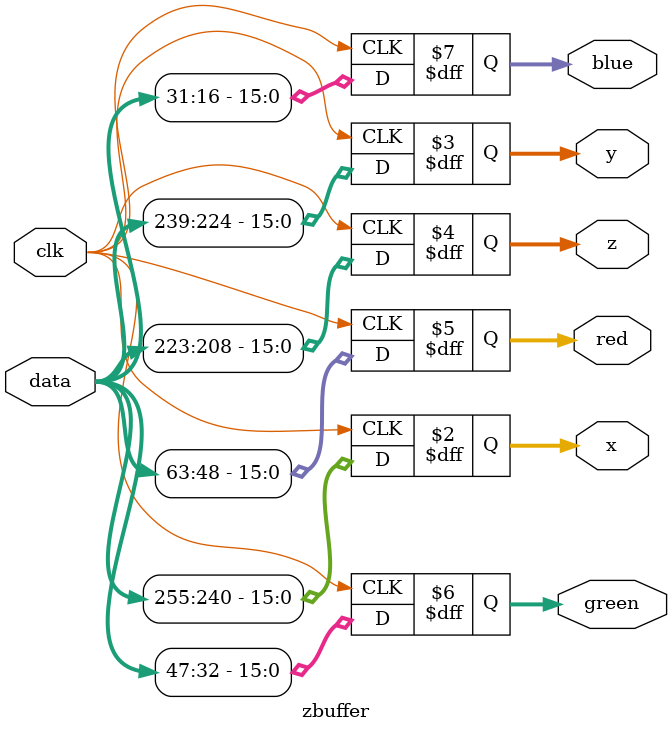
<source format=v>
module zbuffer (
    input clk,
    input [255:0] data,
    output reg signed [15:0] x,
    output reg signed [15:0] y,
    output reg signed [15:0] z,
    output reg [15:0] red,
    output reg [15:0] green,
    output reg [15:0] blue
);
    always @(posedge clk) begin
        x <= data[255:240];
        y <= data[239:224];
        z <= data[223:208];
        red <= data[63:48];
        green <= data[47:32];
        blue <= data[31:16];
    end
endmodule
</source>
